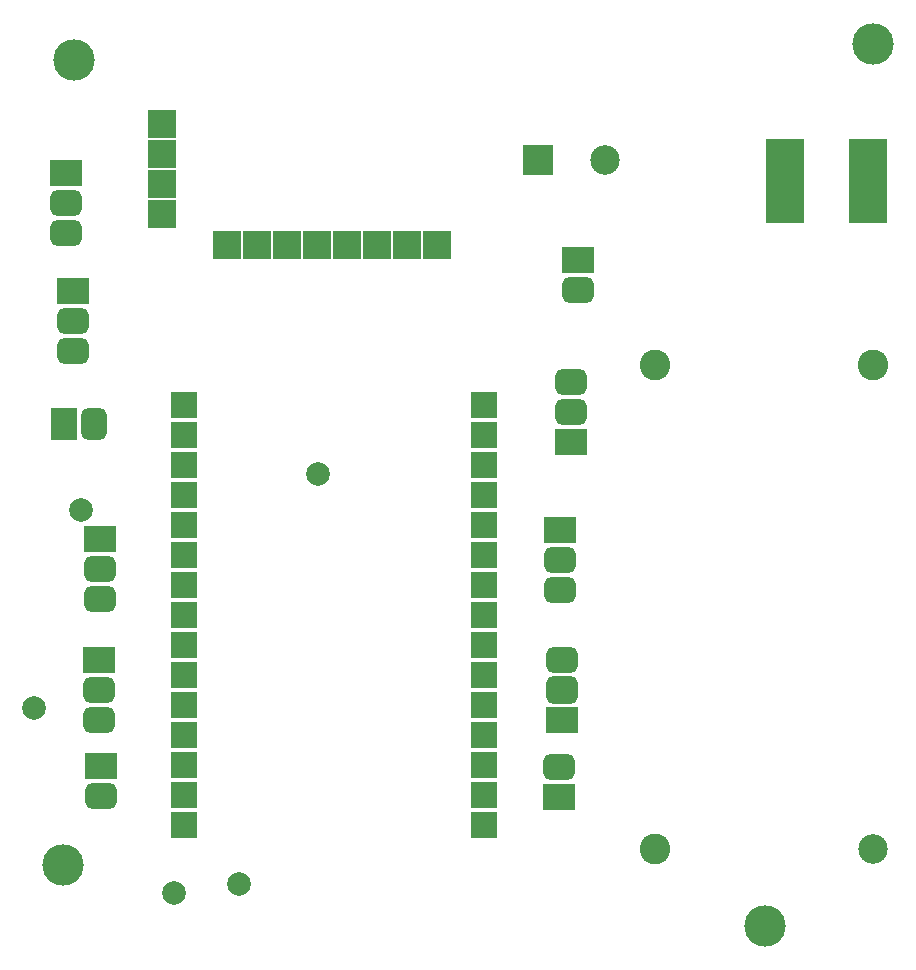
<source format=gbs>
G04*
G04 #@! TF.GenerationSoftware,Altium Limited,Altium Designer,24.0.1 (36)*
G04*
G04 Layer_Color=16711935*
%FSLAX43Y43*%
%MOMM*%
G71*
G04*
G04 #@! TF.SameCoordinates,EBF473D2-59F7-4800-8C67-C9A5536F996E*
G04*
G04*
G04 #@! TF.FilePolarity,Negative*
G04*
G01*
G75*
%ADD13R,3.203X7.203*%
G04:AMPARAMS|DCode=14|XSize=2.203mm|YSize=2.703mm|CornerRadius=0.602mm|HoleSize=0mm|Usage=FLASHONLY|Rotation=270.000|XOffset=0mm|YOffset=0mm|HoleType=Round|Shape=RoundedRectangle|*
%AMROUNDEDRECTD14*
21,1,2.203,1.500,0,0,270.0*
21,1,1.000,2.703,0,0,270.0*
1,1,1.203,-0.750,-0.500*
1,1,1.203,-0.750,0.500*
1,1,1.203,0.750,0.500*
1,1,1.203,0.750,-0.500*
%
%ADD14ROUNDEDRECTD14*%
%ADD15C,3.503*%
G04:AMPARAMS|DCode=16|XSize=2.403mm|YSize=2.703mm|CornerRadius=0.652mm|HoleSize=0mm|Usage=FLASHONLY|Rotation=90.000|XOffset=0mm|YOffset=0mm|HoleType=Round|Shape=RoundedRectangle|*
%AMROUNDEDRECTD16*
21,1,2.403,1.400,0,0,90.0*
21,1,1.100,2.703,0,0,90.0*
1,1,1.303,0.700,0.550*
1,1,1.303,0.700,-0.550*
1,1,1.303,-0.700,-0.550*
1,1,1.303,-0.700,0.550*
%
%ADD16ROUNDEDRECTD16*%
%ADD17R,2.703X2.203*%
G04:AMPARAMS|DCode=18|XSize=2.203mm|YSize=2.703mm|CornerRadius=0.602mm|HoleSize=0mm|Usage=FLASHONLY|Rotation=0.000|XOffset=0mm|YOffset=0mm|HoleType=Round|Shape=RoundedRectangle|*
%AMROUNDEDRECTD18*
21,1,2.203,1.500,0,0,0.0*
21,1,1.000,2.703,0,0,0.0*
1,1,1.203,0.500,-0.750*
1,1,1.203,-0.500,-0.750*
1,1,1.203,-0.500,0.750*
1,1,1.203,0.500,0.750*
%
%ADD18ROUNDEDRECTD18*%
%ADD19R,2.203X2.703*%
%ADD20C,2.503*%
%ADD21R,2.503X2.503*%
%ADD22C,2.603*%
%ADD23R,2.403X2.403*%
%ADD24R,2.403X2.403*%
%ADD25R,2.300X2.300*%
%ADD26C,2.003*%
D13*
X73900Y66800D02*
D03*
X66900D02*
D03*
D14*
X8900Y31400D02*
D03*
Y33940D02*
D03*
X48800Y49740D02*
D03*
X48000Y26240D02*
D03*
X6600Y54900D02*
D03*
Y52360D02*
D03*
X48800Y47200D02*
D03*
X49400Y57560D02*
D03*
X6000Y64960D02*
D03*
Y62420D02*
D03*
X47900Y34700D02*
D03*
Y32160D02*
D03*
X9000Y14760D02*
D03*
X8800Y23660D02*
D03*
Y21120D02*
D03*
X47800Y17200D02*
D03*
D15*
X65200Y3700D02*
D03*
X5800Y8900D02*
D03*
X74400Y78400D02*
D03*
X6700Y77000D02*
D03*
D16*
X48000Y23700D02*
D03*
D17*
Y21160D02*
D03*
X8900Y36480D02*
D03*
X6600Y57440D02*
D03*
X48800Y44660D02*
D03*
X49400Y60100D02*
D03*
X6000Y67500D02*
D03*
X47900Y37240D02*
D03*
X9000Y17300D02*
D03*
X8800Y26200D02*
D03*
X47800Y14660D02*
D03*
D18*
X8400Y46200D02*
D03*
D19*
X5860D02*
D03*
D20*
X51700Y68600D02*
D03*
X74400Y10200D02*
D03*
D21*
X46000Y68600D02*
D03*
D22*
X55899Y51200D02*
D03*
Y10200D02*
D03*
X74400Y51200D02*
D03*
D23*
X14200Y63960D02*
D03*
Y66500D02*
D03*
Y69040D02*
D03*
Y71580D02*
D03*
X27320Y61400D02*
D03*
X29860D02*
D03*
X32400D02*
D03*
X34940D02*
D03*
X37480D02*
D03*
D24*
X24780D02*
D03*
X22240D02*
D03*
X19700D02*
D03*
D25*
X41400Y47800D02*
D03*
X16000D02*
D03*
Y45260D02*
D03*
Y42720D02*
D03*
Y40180D02*
D03*
Y37640D02*
D03*
Y35100D02*
D03*
Y32560D02*
D03*
Y30020D02*
D03*
Y27480D02*
D03*
Y24940D02*
D03*
Y22400D02*
D03*
Y19860D02*
D03*
Y17320D02*
D03*
Y14780D02*
D03*
Y12240D02*
D03*
X41400D02*
D03*
Y14780D02*
D03*
Y17320D02*
D03*
Y19860D02*
D03*
Y22400D02*
D03*
Y24940D02*
D03*
Y27480D02*
D03*
Y30020D02*
D03*
Y32560D02*
D03*
Y35100D02*
D03*
Y37640D02*
D03*
Y40180D02*
D03*
Y42720D02*
D03*
Y45260D02*
D03*
D26*
X3299Y22174D02*
D03*
X20698Y7239D02*
D03*
X27403Y41958D02*
D03*
X7286Y38964D02*
D03*
X15186Y6553D02*
D03*
M02*

</source>
